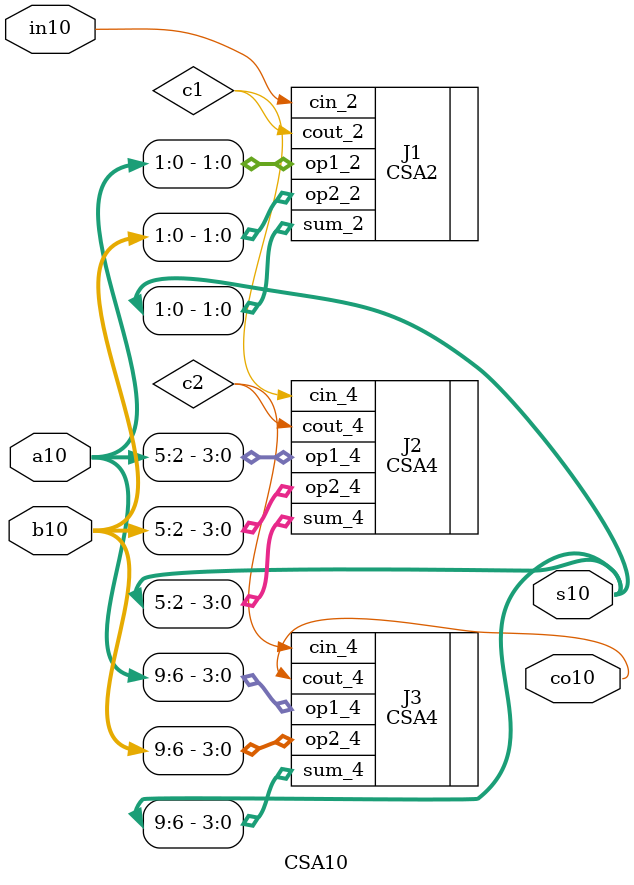
<source format=v>
`timescale 1ns/10ps

module CSA10(s10,co10,a10,b10,in10);
output [9:0]s10;
output co10;
input [9:0]a10,b10;
input in10;
wire [9:0]s10;
wire c1,c2;

CSA2 J1(.sum_2(s10[1:0]),.cout_2(c1),.op1_2(a10[1:0]),.op2_2(b10[1:0]),.cin_2(in10));
CSA4 J2(.sum_4(s10[5:2]),.cout_4(c2),.op1_4(a10[5:2]),.op2_4(b10[5:2]),.cin_4(c1));
CSA4 J3(.sum_4(s10[9:6]),.cout_4(co10),.op1_4(a10[9:6]),.op2_4(b10[9:6]),.cin_4(c2));
endmodule


</source>
